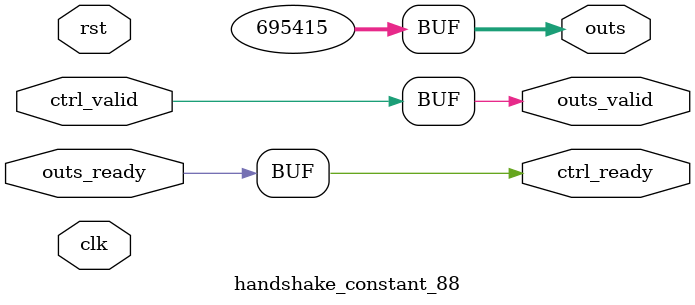
<source format=v>
`timescale 1ns / 1ps
module handshake_constant_88 #(
  parameter DATA_WIDTH = 32  // Default set to 32 bits
) (
  input                       clk,
  input                       rst,
  // Input Channel
  input                       ctrl_valid,
  output                      ctrl_ready,
  // Output Channel
  output [DATA_WIDTH - 1 : 0] outs,
  output                      outs_valid,
  input                       outs_ready
);
  assign outs       = 21'b010101001110001110111;
  assign outs_valid = ctrl_valid;
  assign ctrl_ready = outs_ready;

endmodule

</source>
